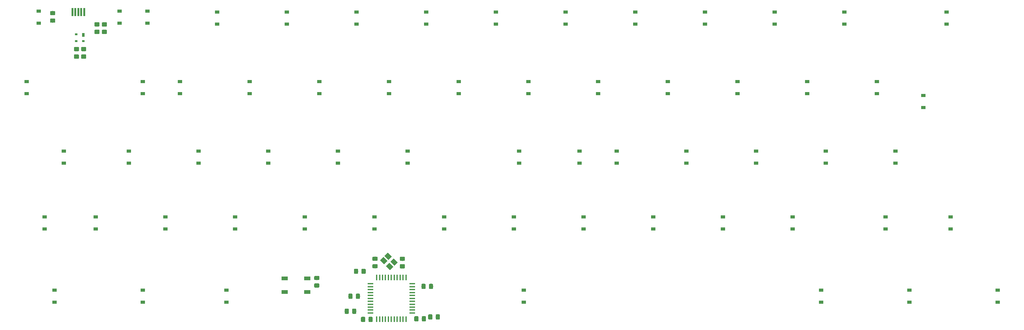
<source format=gbr>
G04 #@! TF.GenerationSoftware,KiCad,Pcbnew,(5.1.0)-1*
G04 #@! TF.CreationDate,2019-03-27T22:24:01+02:00*
G04 #@! TF.ProjectId,PROJECT,50524f4a-4543-4542-9e6b-696361645f70,rev?*
G04 #@! TF.SameCoordinates,Original*
G04 #@! TF.FileFunction,Paste,Bot*
G04 #@! TF.FilePolarity,Positive*
%FSLAX46Y46*%
G04 Gerber Fmt 4.6, Leading zero omitted, Abs format (unit mm)*
G04 Created by KiCad (PCBNEW (5.1.0)-1) date 2019-03-27 22:24:01*
%MOMM*%
%LPD*%
G04 APERTURE LIST*
%ADD10R,0.500000X2.250000*%
%ADD11C,0.100000*%
%ADD12C,1.150000*%
%ADD13R,1.200000X0.900000*%
%ADD14R,1.800000X1.100000*%
%ADD15R,0.700000X0.600000*%
%ADD16R,0.700000X1.000000*%
%ADD17R,0.406400X1.524000*%
%ADD18R,1.524000X0.406400*%
%ADD19C,1.300000*%
G04 APERTURE END LIST*
D10*
X67800000Y-35190000D03*
X67000000Y-35190000D03*
X66200000Y-35190000D03*
X65400000Y-35190000D03*
X64600000Y-35190000D03*
D11*
G36*
X160919305Y-109676904D02*
G01*
X160943573Y-109680504D01*
X160967372Y-109686465D01*
X160990471Y-109694730D01*
X161012650Y-109705220D01*
X161033693Y-109717832D01*
X161053399Y-109732447D01*
X161071577Y-109748923D01*
X161088053Y-109767101D01*
X161102668Y-109786807D01*
X161115280Y-109807850D01*
X161125770Y-109830029D01*
X161134035Y-109853128D01*
X161139996Y-109876927D01*
X161143596Y-109901195D01*
X161144800Y-109925699D01*
X161144800Y-110825701D01*
X161143596Y-110850205D01*
X161139996Y-110874473D01*
X161134035Y-110898272D01*
X161125770Y-110921371D01*
X161115280Y-110943550D01*
X161102668Y-110964593D01*
X161088053Y-110984299D01*
X161071577Y-111002477D01*
X161053399Y-111018953D01*
X161033693Y-111033568D01*
X161012650Y-111046180D01*
X160990471Y-111056670D01*
X160967372Y-111064935D01*
X160943573Y-111070896D01*
X160919305Y-111074496D01*
X160894801Y-111075700D01*
X160244799Y-111075700D01*
X160220295Y-111074496D01*
X160196027Y-111070896D01*
X160172228Y-111064935D01*
X160149129Y-111056670D01*
X160126950Y-111046180D01*
X160105907Y-111033568D01*
X160086201Y-111018953D01*
X160068023Y-111002477D01*
X160051547Y-110984299D01*
X160036932Y-110964593D01*
X160024320Y-110943550D01*
X160013830Y-110921371D01*
X160005565Y-110898272D01*
X159999604Y-110874473D01*
X159996004Y-110850205D01*
X159994800Y-110825701D01*
X159994800Y-109925699D01*
X159996004Y-109901195D01*
X159999604Y-109876927D01*
X160005565Y-109853128D01*
X160013830Y-109830029D01*
X160024320Y-109807850D01*
X160036932Y-109786807D01*
X160051547Y-109767101D01*
X160068023Y-109748923D01*
X160086201Y-109732447D01*
X160105907Y-109717832D01*
X160126950Y-109705220D01*
X160149129Y-109694730D01*
X160172228Y-109686465D01*
X160196027Y-109680504D01*
X160220295Y-109676904D01*
X160244799Y-109675700D01*
X160894801Y-109675700D01*
X160919305Y-109676904D01*
X160919305Y-109676904D01*
G37*
D12*
X160569800Y-110375700D03*
D11*
G36*
X162969305Y-109676904D02*
G01*
X162993573Y-109680504D01*
X163017372Y-109686465D01*
X163040471Y-109694730D01*
X163062650Y-109705220D01*
X163083693Y-109717832D01*
X163103399Y-109732447D01*
X163121577Y-109748923D01*
X163138053Y-109767101D01*
X163152668Y-109786807D01*
X163165280Y-109807850D01*
X163175770Y-109830029D01*
X163184035Y-109853128D01*
X163189996Y-109876927D01*
X163193596Y-109901195D01*
X163194800Y-109925699D01*
X163194800Y-110825701D01*
X163193596Y-110850205D01*
X163189996Y-110874473D01*
X163184035Y-110898272D01*
X163175770Y-110921371D01*
X163165280Y-110943550D01*
X163152668Y-110964593D01*
X163138053Y-110984299D01*
X163121577Y-111002477D01*
X163103399Y-111018953D01*
X163083693Y-111033568D01*
X163062650Y-111046180D01*
X163040471Y-111056670D01*
X163017372Y-111064935D01*
X162993573Y-111070896D01*
X162969305Y-111074496D01*
X162944801Y-111075700D01*
X162294799Y-111075700D01*
X162270295Y-111074496D01*
X162246027Y-111070896D01*
X162222228Y-111064935D01*
X162199129Y-111056670D01*
X162176950Y-111046180D01*
X162155907Y-111033568D01*
X162136201Y-111018953D01*
X162118023Y-111002477D01*
X162101547Y-110984299D01*
X162086932Y-110964593D01*
X162074320Y-110943550D01*
X162063830Y-110921371D01*
X162055565Y-110898272D01*
X162049604Y-110874473D01*
X162046004Y-110850205D01*
X162044800Y-110825701D01*
X162044800Y-109925699D01*
X162046004Y-109901195D01*
X162049604Y-109876927D01*
X162055565Y-109853128D01*
X162063830Y-109830029D01*
X162074320Y-109807850D01*
X162086932Y-109786807D01*
X162101547Y-109767101D01*
X162118023Y-109748923D01*
X162136201Y-109732447D01*
X162155907Y-109717832D01*
X162176950Y-109705220D01*
X162199129Y-109694730D01*
X162222228Y-109686465D01*
X162246027Y-109680504D01*
X162270295Y-109676904D01*
X162294799Y-109675700D01*
X162944801Y-109675700D01*
X162969305Y-109676904D01*
X162969305Y-109676904D01*
G37*
D12*
X162619800Y-110375700D03*
D11*
G36*
X144528905Y-105549404D02*
G01*
X144553173Y-105553004D01*
X144576972Y-105558965D01*
X144600071Y-105567230D01*
X144622250Y-105577720D01*
X144643293Y-105590332D01*
X144662999Y-105604947D01*
X144681177Y-105621423D01*
X144697653Y-105639601D01*
X144712268Y-105659307D01*
X144724880Y-105680350D01*
X144735370Y-105702529D01*
X144743635Y-105725628D01*
X144749596Y-105749427D01*
X144753196Y-105773695D01*
X144754400Y-105798199D01*
X144754400Y-106698201D01*
X144753196Y-106722705D01*
X144749596Y-106746973D01*
X144743635Y-106770772D01*
X144735370Y-106793871D01*
X144724880Y-106816050D01*
X144712268Y-106837093D01*
X144697653Y-106856799D01*
X144681177Y-106874977D01*
X144662999Y-106891453D01*
X144643293Y-106906068D01*
X144622250Y-106918680D01*
X144600071Y-106929170D01*
X144576972Y-106937435D01*
X144553173Y-106943396D01*
X144528905Y-106946996D01*
X144504401Y-106948200D01*
X143854399Y-106948200D01*
X143829895Y-106946996D01*
X143805627Y-106943396D01*
X143781828Y-106937435D01*
X143758729Y-106929170D01*
X143736550Y-106918680D01*
X143715507Y-106906068D01*
X143695801Y-106891453D01*
X143677623Y-106874977D01*
X143661147Y-106856799D01*
X143646532Y-106837093D01*
X143633920Y-106816050D01*
X143623430Y-106793871D01*
X143615165Y-106770772D01*
X143609204Y-106746973D01*
X143605604Y-106722705D01*
X143604400Y-106698201D01*
X143604400Y-105798199D01*
X143605604Y-105773695D01*
X143609204Y-105749427D01*
X143615165Y-105725628D01*
X143623430Y-105702529D01*
X143633920Y-105680350D01*
X143646532Y-105659307D01*
X143661147Y-105639601D01*
X143677623Y-105621423D01*
X143695801Y-105604947D01*
X143715507Y-105590332D01*
X143736550Y-105577720D01*
X143758729Y-105567230D01*
X143781828Y-105558965D01*
X143805627Y-105553004D01*
X143829895Y-105549404D01*
X143854399Y-105548200D01*
X144504401Y-105548200D01*
X144528905Y-105549404D01*
X144528905Y-105549404D01*
G37*
D12*
X144179400Y-106248200D03*
D11*
G36*
X142478905Y-105549404D02*
G01*
X142503173Y-105553004D01*
X142526972Y-105558965D01*
X142550071Y-105567230D01*
X142572250Y-105577720D01*
X142593293Y-105590332D01*
X142612999Y-105604947D01*
X142631177Y-105621423D01*
X142647653Y-105639601D01*
X142662268Y-105659307D01*
X142674880Y-105680350D01*
X142685370Y-105702529D01*
X142693635Y-105725628D01*
X142699596Y-105749427D01*
X142703196Y-105773695D01*
X142704400Y-105798199D01*
X142704400Y-106698201D01*
X142703196Y-106722705D01*
X142699596Y-106746973D01*
X142693635Y-106770772D01*
X142685370Y-106793871D01*
X142674880Y-106816050D01*
X142662268Y-106837093D01*
X142647653Y-106856799D01*
X142631177Y-106874977D01*
X142612999Y-106891453D01*
X142593293Y-106906068D01*
X142572250Y-106918680D01*
X142550071Y-106929170D01*
X142526972Y-106937435D01*
X142503173Y-106943396D01*
X142478905Y-106946996D01*
X142454401Y-106948200D01*
X141804399Y-106948200D01*
X141779895Y-106946996D01*
X141755627Y-106943396D01*
X141731828Y-106937435D01*
X141708729Y-106929170D01*
X141686550Y-106918680D01*
X141665507Y-106906068D01*
X141645801Y-106891453D01*
X141627623Y-106874977D01*
X141611147Y-106856799D01*
X141596532Y-106837093D01*
X141583920Y-106816050D01*
X141573430Y-106793871D01*
X141565165Y-106770772D01*
X141559204Y-106746973D01*
X141555604Y-106722705D01*
X141554400Y-106698201D01*
X141554400Y-105798199D01*
X141555604Y-105773695D01*
X141559204Y-105749427D01*
X141565165Y-105725628D01*
X141573430Y-105702529D01*
X141583920Y-105680350D01*
X141596532Y-105659307D01*
X141611147Y-105639601D01*
X141627623Y-105621423D01*
X141645801Y-105604947D01*
X141665507Y-105590332D01*
X141686550Y-105577720D01*
X141708729Y-105567230D01*
X141731828Y-105558965D01*
X141755627Y-105553004D01*
X141779895Y-105549404D01*
X141804399Y-105548200D01*
X142454401Y-105548200D01*
X142478905Y-105549404D01*
X142478905Y-105549404D01*
G37*
D12*
X142129400Y-106248200D03*
D11*
G36*
X144400305Y-118732004D02*
G01*
X144424573Y-118735604D01*
X144448372Y-118741565D01*
X144471471Y-118749830D01*
X144493650Y-118760320D01*
X144514693Y-118772932D01*
X144534399Y-118787547D01*
X144552577Y-118804023D01*
X144569053Y-118822201D01*
X144583668Y-118841907D01*
X144596280Y-118862950D01*
X144606770Y-118885129D01*
X144615035Y-118908228D01*
X144620996Y-118932027D01*
X144624596Y-118956295D01*
X144625800Y-118980799D01*
X144625800Y-119880801D01*
X144624596Y-119905305D01*
X144620996Y-119929573D01*
X144615035Y-119953372D01*
X144606770Y-119976471D01*
X144596280Y-119998650D01*
X144583668Y-120019693D01*
X144569053Y-120039399D01*
X144552577Y-120057577D01*
X144534399Y-120074053D01*
X144514693Y-120088668D01*
X144493650Y-120101280D01*
X144471471Y-120111770D01*
X144448372Y-120120035D01*
X144424573Y-120125996D01*
X144400305Y-120129596D01*
X144375801Y-120130800D01*
X143725799Y-120130800D01*
X143701295Y-120129596D01*
X143677027Y-120125996D01*
X143653228Y-120120035D01*
X143630129Y-120111770D01*
X143607950Y-120101280D01*
X143586907Y-120088668D01*
X143567201Y-120074053D01*
X143549023Y-120057577D01*
X143532547Y-120039399D01*
X143517932Y-120019693D01*
X143505320Y-119998650D01*
X143494830Y-119976471D01*
X143486565Y-119953372D01*
X143480604Y-119929573D01*
X143477004Y-119905305D01*
X143475800Y-119880801D01*
X143475800Y-118980799D01*
X143477004Y-118956295D01*
X143480604Y-118932027D01*
X143486565Y-118908228D01*
X143494830Y-118885129D01*
X143505320Y-118862950D01*
X143517932Y-118841907D01*
X143532547Y-118822201D01*
X143549023Y-118804023D01*
X143567201Y-118787547D01*
X143586907Y-118772932D01*
X143607950Y-118760320D01*
X143630129Y-118749830D01*
X143653228Y-118741565D01*
X143677027Y-118735604D01*
X143701295Y-118732004D01*
X143725799Y-118730800D01*
X144375801Y-118730800D01*
X144400305Y-118732004D01*
X144400305Y-118732004D01*
G37*
D12*
X144050800Y-119430800D03*
D11*
G36*
X146450305Y-118732004D02*
G01*
X146474573Y-118735604D01*
X146498372Y-118741565D01*
X146521471Y-118749830D01*
X146543650Y-118760320D01*
X146564693Y-118772932D01*
X146584399Y-118787547D01*
X146602577Y-118804023D01*
X146619053Y-118822201D01*
X146633668Y-118841907D01*
X146646280Y-118862950D01*
X146656770Y-118885129D01*
X146665035Y-118908228D01*
X146670996Y-118932027D01*
X146674596Y-118956295D01*
X146675800Y-118980799D01*
X146675800Y-119880801D01*
X146674596Y-119905305D01*
X146670996Y-119929573D01*
X146665035Y-119953372D01*
X146656770Y-119976471D01*
X146646280Y-119998650D01*
X146633668Y-120019693D01*
X146619053Y-120039399D01*
X146602577Y-120057577D01*
X146584399Y-120074053D01*
X146564693Y-120088668D01*
X146543650Y-120101280D01*
X146521471Y-120111770D01*
X146498372Y-120120035D01*
X146474573Y-120125996D01*
X146450305Y-120129596D01*
X146425801Y-120130800D01*
X145775799Y-120130800D01*
X145751295Y-120129596D01*
X145727027Y-120125996D01*
X145703228Y-120120035D01*
X145680129Y-120111770D01*
X145657950Y-120101280D01*
X145636907Y-120088668D01*
X145617201Y-120074053D01*
X145599023Y-120057577D01*
X145582547Y-120039399D01*
X145567932Y-120019693D01*
X145555320Y-119998650D01*
X145544830Y-119976471D01*
X145536565Y-119953372D01*
X145530604Y-119929573D01*
X145527004Y-119905305D01*
X145525800Y-119880801D01*
X145525800Y-118980799D01*
X145527004Y-118956295D01*
X145530604Y-118932027D01*
X145536565Y-118908228D01*
X145544830Y-118885129D01*
X145555320Y-118862950D01*
X145567932Y-118841907D01*
X145582547Y-118822201D01*
X145599023Y-118804023D01*
X145617201Y-118787547D01*
X145636907Y-118772932D01*
X145657950Y-118760320D01*
X145680129Y-118749830D01*
X145703228Y-118741565D01*
X145727027Y-118735604D01*
X145751295Y-118732004D01*
X145775799Y-118730800D01*
X146425801Y-118730800D01*
X146450305Y-118732004D01*
X146450305Y-118732004D01*
G37*
D12*
X146100800Y-119430800D03*
D11*
G36*
X141979905Y-116496804D02*
G01*
X142004173Y-116500404D01*
X142027972Y-116506365D01*
X142051071Y-116514630D01*
X142073250Y-116525120D01*
X142094293Y-116537732D01*
X142113999Y-116552347D01*
X142132177Y-116568823D01*
X142148653Y-116587001D01*
X142163268Y-116606707D01*
X142175880Y-116627750D01*
X142186370Y-116649929D01*
X142194635Y-116673028D01*
X142200596Y-116696827D01*
X142204196Y-116721095D01*
X142205400Y-116745599D01*
X142205400Y-117645601D01*
X142204196Y-117670105D01*
X142200596Y-117694373D01*
X142194635Y-117718172D01*
X142186370Y-117741271D01*
X142175880Y-117763450D01*
X142163268Y-117784493D01*
X142148653Y-117804199D01*
X142132177Y-117822377D01*
X142113999Y-117838853D01*
X142094293Y-117853468D01*
X142073250Y-117866080D01*
X142051071Y-117876570D01*
X142027972Y-117884835D01*
X142004173Y-117890796D01*
X141979905Y-117894396D01*
X141955401Y-117895600D01*
X141305399Y-117895600D01*
X141280895Y-117894396D01*
X141256627Y-117890796D01*
X141232828Y-117884835D01*
X141209729Y-117876570D01*
X141187550Y-117866080D01*
X141166507Y-117853468D01*
X141146801Y-117838853D01*
X141128623Y-117822377D01*
X141112147Y-117804199D01*
X141097532Y-117784493D01*
X141084920Y-117763450D01*
X141074430Y-117741271D01*
X141066165Y-117718172D01*
X141060204Y-117694373D01*
X141056604Y-117670105D01*
X141055400Y-117645601D01*
X141055400Y-116745599D01*
X141056604Y-116721095D01*
X141060204Y-116696827D01*
X141066165Y-116673028D01*
X141074430Y-116649929D01*
X141084920Y-116627750D01*
X141097532Y-116606707D01*
X141112147Y-116587001D01*
X141128623Y-116568823D01*
X141146801Y-116552347D01*
X141166507Y-116537732D01*
X141187550Y-116525120D01*
X141209729Y-116514630D01*
X141232828Y-116506365D01*
X141256627Y-116500404D01*
X141280895Y-116496804D01*
X141305399Y-116495600D01*
X141955401Y-116495600D01*
X141979905Y-116496804D01*
X141979905Y-116496804D01*
G37*
D12*
X141630400Y-117195600D03*
D11*
G36*
X139929905Y-116496804D02*
G01*
X139954173Y-116500404D01*
X139977972Y-116506365D01*
X140001071Y-116514630D01*
X140023250Y-116525120D01*
X140044293Y-116537732D01*
X140063999Y-116552347D01*
X140082177Y-116568823D01*
X140098653Y-116587001D01*
X140113268Y-116606707D01*
X140125880Y-116627750D01*
X140136370Y-116649929D01*
X140144635Y-116673028D01*
X140150596Y-116696827D01*
X140154196Y-116721095D01*
X140155400Y-116745599D01*
X140155400Y-117645601D01*
X140154196Y-117670105D01*
X140150596Y-117694373D01*
X140144635Y-117718172D01*
X140136370Y-117741271D01*
X140125880Y-117763450D01*
X140113268Y-117784493D01*
X140098653Y-117804199D01*
X140082177Y-117822377D01*
X140063999Y-117838853D01*
X140044293Y-117853468D01*
X140023250Y-117866080D01*
X140001071Y-117876570D01*
X139977972Y-117884835D01*
X139954173Y-117890796D01*
X139929905Y-117894396D01*
X139905401Y-117895600D01*
X139255399Y-117895600D01*
X139230895Y-117894396D01*
X139206627Y-117890796D01*
X139182828Y-117884835D01*
X139159729Y-117876570D01*
X139137550Y-117866080D01*
X139116507Y-117853468D01*
X139096801Y-117838853D01*
X139078623Y-117822377D01*
X139062147Y-117804199D01*
X139047532Y-117784493D01*
X139034920Y-117763450D01*
X139024430Y-117741271D01*
X139016165Y-117718172D01*
X139010204Y-117694373D01*
X139006604Y-117670105D01*
X139005400Y-117645601D01*
X139005400Y-116745599D01*
X139006604Y-116721095D01*
X139010204Y-116696827D01*
X139016165Y-116673028D01*
X139024430Y-116649929D01*
X139034920Y-116627750D01*
X139047532Y-116606707D01*
X139062147Y-116587001D01*
X139078623Y-116568823D01*
X139096801Y-116552347D01*
X139116507Y-116537732D01*
X139137550Y-116525120D01*
X139159729Y-116514630D01*
X139182828Y-116506365D01*
X139206627Y-116500404D01*
X139230895Y-116496804D01*
X139255399Y-116495600D01*
X139905401Y-116495600D01*
X139929905Y-116496804D01*
X139929905Y-116496804D01*
G37*
D12*
X139580400Y-117195600D03*
D11*
G36*
X161013505Y-118554204D02*
G01*
X161037773Y-118557804D01*
X161061572Y-118563765D01*
X161084671Y-118572030D01*
X161106850Y-118582520D01*
X161127893Y-118595132D01*
X161147599Y-118609747D01*
X161165777Y-118626223D01*
X161182253Y-118644401D01*
X161196868Y-118664107D01*
X161209480Y-118685150D01*
X161219970Y-118707329D01*
X161228235Y-118730428D01*
X161234196Y-118754227D01*
X161237796Y-118778495D01*
X161239000Y-118802999D01*
X161239000Y-119703001D01*
X161237796Y-119727505D01*
X161234196Y-119751773D01*
X161228235Y-119775572D01*
X161219970Y-119798671D01*
X161209480Y-119820850D01*
X161196868Y-119841893D01*
X161182253Y-119861599D01*
X161165777Y-119879777D01*
X161147599Y-119896253D01*
X161127893Y-119910868D01*
X161106850Y-119923480D01*
X161084671Y-119933970D01*
X161061572Y-119942235D01*
X161037773Y-119948196D01*
X161013505Y-119951796D01*
X160989001Y-119953000D01*
X160338999Y-119953000D01*
X160314495Y-119951796D01*
X160290227Y-119948196D01*
X160266428Y-119942235D01*
X160243329Y-119933970D01*
X160221150Y-119923480D01*
X160200107Y-119910868D01*
X160180401Y-119896253D01*
X160162223Y-119879777D01*
X160145747Y-119861599D01*
X160131132Y-119841893D01*
X160118520Y-119820850D01*
X160108030Y-119798671D01*
X160099765Y-119775572D01*
X160093804Y-119751773D01*
X160090204Y-119727505D01*
X160089000Y-119703001D01*
X160089000Y-118802999D01*
X160090204Y-118778495D01*
X160093804Y-118754227D01*
X160099765Y-118730428D01*
X160108030Y-118707329D01*
X160118520Y-118685150D01*
X160131132Y-118664107D01*
X160145747Y-118644401D01*
X160162223Y-118626223D01*
X160180401Y-118609747D01*
X160200107Y-118595132D01*
X160221150Y-118582520D01*
X160243329Y-118572030D01*
X160266428Y-118563765D01*
X160290227Y-118557804D01*
X160314495Y-118554204D01*
X160338999Y-118553000D01*
X160989001Y-118553000D01*
X161013505Y-118554204D01*
X161013505Y-118554204D01*
G37*
D12*
X160664000Y-119253000D03*
D11*
G36*
X158963505Y-118554204D02*
G01*
X158987773Y-118557804D01*
X159011572Y-118563765D01*
X159034671Y-118572030D01*
X159056850Y-118582520D01*
X159077893Y-118595132D01*
X159097599Y-118609747D01*
X159115777Y-118626223D01*
X159132253Y-118644401D01*
X159146868Y-118664107D01*
X159159480Y-118685150D01*
X159169970Y-118707329D01*
X159178235Y-118730428D01*
X159184196Y-118754227D01*
X159187796Y-118778495D01*
X159189000Y-118802999D01*
X159189000Y-119703001D01*
X159187796Y-119727505D01*
X159184196Y-119751773D01*
X159178235Y-119775572D01*
X159169970Y-119798671D01*
X159159480Y-119820850D01*
X159146868Y-119841893D01*
X159132253Y-119861599D01*
X159115777Y-119879777D01*
X159097599Y-119896253D01*
X159077893Y-119910868D01*
X159056850Y-119923480D01*
X159034671Y-119933970D01*
X159011572Y-119942235D01*
X158987773Y-119948196D01*
X158963505Y-119951796D01*
X158939001Y-119953000D01*
X158288999Y-119953000D01*
X158264495Y-119951796D01*
X158240227Y-119948196D01*
X158216428Y-119942235D01*
X158193329Y-119933970D01*
X158171150Y-119923480D01*
X158150107Y-119910868D01*
X158130401Y-119896253D01*
X158112223Y-119879777D01*
X158095747Y-119861599D01*
X158081132Y-119841893D01*
X158068520Y-119820850D01*
X158058030Y-119798671D01*
X158049765Y-119775572D01*
X158043804Y-119751773D01*
X158040204Y-119727505D01*
X158039000Y-119703001D01*
X158039000Y-118802999D01*
X158040204Y-118778495D01*
X158043804Y-118754227D01*
X158049765Y-118730428D01*
X158058030Y-118707329D01*
X158068520Y-118685150D01*
X158081132Y-118664107D01*
X158095747Y-118644401D01*
X158112223Y-118626223D01*
X158130401Y-118609747D01*
X158150107Y-118595132D01*
X158171150Y-118582520D01*
X158193329Y-118572030D01*
X158216428Y-118563765D01*
X158240227Y-118557804D01*
X158264495Y-118554204D01*
X158288999Y-118553000D01*
X158939001Y-118553000D01*
X158963505Y-118554204D01*
X158963505Y-118554204D01*
G37*
D12*
X158614000Y-119253000D03*
D11*
G36*
X140938505Y-112382004D02*
G01*
X140962773Y-112385604D01*
X140986572Y-112391565D01*
X141009671Y-112399830D01*
X141031850Y-112410320D01*
X141052893Y-112422932D01*
X141072599Y-112437547D01*
X141090777Y-112454023D01*
X141107253Y-112472201D01*
X141121868Y-112491907D01*
X141134480Y-112512950D01*
X141144970Y-112535129D01*
X141153235Y-112558228D01*
X141159196Y-112582027D01*
X141162796Y-112606295D01*
X141164000Y-112630799D01*
X141164000Y-113530801D01*
X141162796Y-113555305D01*
X141159196Y-113579573D01*
X141153235Y-113603372D01*
X141144970Y-113626471D01*
X141134480Y-113648650D01*
X141121868Y-113669693D01*
X141107253Y-113689399D01*
X141090777Y-113707577D01*
X141072599Y-113724053D01*
X141052893Y-113738668D01*
X141031850Y-113751280D01*
X141009671Y-113761770D01*
X140986572Y-113770035D01*
X140962773Y-113775996D01*
X140938505Y-113779596D01*
X140914001Y-113780800D01*
X140263999Y-113780800D01*
X140239495Y-113779596D01*
X140215227Y-113775996D01*
X140191428Y-113770035D01*
X140168329Y-113761770D01*
X140146150Y-113751280D01*
X140125107Y-113738668D01*
X140105401Y-113724053D01*
X140087223Y-113707577D01*
X140070747Y-113689399D01*
X140056132Y-113669693D01*
X140043520Y-113648650D01*
X140033030Y-113626471D01*
X140024765Y-113603372D01*
X140018804Y-113579573D01*
X140015204Y-113555305D01*
X140014000Y-113530801D01*
X140014000Y-112630799D01*
X140015204Y-112606295D01*
X140018804Y-112582027D01*
X140024765Y-112558228D01*
X140033030Y-112535129D01*
X140043520Y-112512950D01*
X140056132Y-112491907D01*
X140070747Y-112472201D01*
X140087223Y-112454023D01*
X140105401Y-112437547D01*
X140125107Y-112422932D01*
X140146150Y-112410320D01*
X140168329Y-112399830D01*
X140191428Y-112391565D01*
X140215227Y-112385604D01*
X140239495Y-112382004D01*
X140263999Y-112380800D01*
X140914001Y-112380800D01*
X140938505Y-112382004D01*
X140938505Y-112382004D01*
G37*
D12*
X140589000Y-113080800D03*
D11*
G36*
X142988505Y-112382004D02*
G01*
X143012773Y-112385604D01*
X143036572Y-112391565D01*
X143059671Y-112399830D01*
X143081850Y-112410320D01*
X143102893Y-112422932D01*
X143122599Y-112437547D01*
X143140777Y-112454023D01*
X143157253Y-112472201D01*
X143171868Y-112491907D01*
X143184480Y-112512950D01*
X143194970Y-112535129D01*
X143203235Y-112558228D01*
X143209196Y-112582027D01*
X143212796Y-112606295D01*
X143214000Y-112630799D01*
X143214000Y-113530801D01*
X143212796Y-113555305D01*
X143209196Y-113579573D01*
X143203235Y-113603372D01*
X143194970Y-113626471D01*
X143184480Y-113648650D01*
X143171868Y-113669693D01*
X143157253Y-113689399D01*
X143140777Y-113707577D01*
X143122599Y-113724053D01*
X143102893Y-113738668D01*
X143081850Y-113751280D01*
X143059671Y-113761770D01*
X143036572Y-113770035D01*
X143012773Y-113775996D01*
X142988505Y-113779596D01*
X142964001Y-113780800D01*
X142313999Y-113780800D01*
X142289495Y-113779596D01*
X142265227Y-113775996D01*
X142241428Y-113770035D01*
X142218329Y-113761770D01*
X142196150Y-113751280D01*
X142175107Y-113738668D01*
X142155401Y-113724053D01*
X142137223Y-113707577D01*
X142120747Y-113689399D01*
X142106132Y-113669693D01*
X142093520Y-113648650D01*
X142083030Y-113626471D01*
X142074765Y-113603372D01*
X142068804Y-113579573D01*
X142065204Y-113555305D01*
X142064000Y-113530801D01*
X142064000Y-112630799D01*
X142065204Y-112606295D01*
X142068804Y-112582027D01*
X142074765Y-112558228D01*
X142083030Y-112535129D01*
X142093520Y-112512950D01*
X142106132Y-112491907D01*
X142120747Y-112472201D01*
X142137223Y-112454023D01*
X142155401Y-112437547D01*
X142175107Y-112422932D01*
X142196150Y-112410320D01*
X142218329Y-112399830D01*
X142241428Y-112391565D01*
X142265227Y-112385604D01*
X142289495Y-112382004D01*
X142313999Y-112380800D01*
X142964001Y-112380800D01*
X142988505Y-112382004D01*
X142988505Y-112382004D01*
G37*
D12*
X142639000Y-113080800D03*
D11*
G36*
X147782210Y-104290102D02*
G01*
X147806435Y-104293695D01*
X147830191Y-104299646D01*
X147853249Y-104307896D01*
X147875387Y-104318367D01*
X147896393Y-104330957D01*
X147916063Y-104345545D01*
X147934208Y-104361992D01*
X147950655Y-104380137D01*
X147965243Y-104399807D01*
X147977833Y-104420813D01*
X147988304Y-104442951D01*
X147996554Y-104466009D01*
X148002505Y-104489765D01*
X148006098Y-104513990D01*
X148007300Y-104538450D01*
X148007300Y-105189350D01*
X148006098Y-105213810D01*
X148002505Y-105238035D01*
X147996554Y-105261791D01*
X147988304Y-105284849D01*
X147977833Y-105306987D01*
X147965243Y-105327993D01*
X147950655Y-105347663D01*
X147934208Y-105365808D01*
X147916063Y-105382255D01*
X147896393Y-105396843D01*
X147875387Y-105409433D01*
X147853249Y-105419904D01*
X147830191Y-105428154D01*
X147806435Y-105434105D01*
X147782210Y-105437698D01*
X147757750Y-105438900D01*
X146856850Y-105438900D01*
X146832390Y-105437698D01*
X146808165Y-105434105D01*
X146784409Y-105428154D01*
X146761351Y-105419904D01*
X146739213Y-105409433D01*
X146718207Y-105396843D01*
X146698537Y-105382255D01*
X146680392Y-105365808D01*
X146663945Y-105347663D01*
X146649357Y-105327993D01*
X146636767Y-105306987D01*
X146626296Y-105284849D01*
X146618046Y-105261791D01*
X146612095Y-105238035D01*
X146608502Y-105213810D01*
X146607300Y-105189350D01*
X146607300Y-104538450D01*
X146608502Y-104513990D01*
X146612095Y-104489765D01*
X146618046Y-104466009D01*
X146626296Y-104442951D01*
X146636767Y-104420813D01*
X146649357Y-104399807D01*
X146663945Y-104380137D01*
X146680392Y-104361992D01*
X146698537Y-104345545D01*
X146718207Y-104330957D01*
X146739213Y-104318367D01*
X146761351Y-104307896D01*
X146784409Y-104299646D01*
X146808165Y-104293695D01*
X146832390Y-104290102D01*
X146856850Y-104288900D01*
X147757750Y-104288900D01*
X147782210Y-104290102D01*
X147782210Y-104290102D01*
G37*
D12*
X147307300Y-104863900D03*
D11*
G36*
X147781805Y-102240104D02*
G01*
X147806073Y-102243704D01*
X147829872Y-102249665D01*
X147852971Y-102257930D01*
X147875150Y-102268420D01*
X147896193Y-102281032D01*
X147915899Y-102295647D01*
X147934077Y-102312123D01*
X147950553Y-102330301D01*
X147965168Y-102350007D01*
X147977780Y-102371050D01*
X147988270Y-102393229D01*
X147996535Y-102416328D01*
X148002496Y-102440127D01*
X148006096Y-102464395D01*
X148007300Y-102488899D01*
X148007300Y-103138901D01*
X148006096Y-103163405D01*
X148002496Y-103187673D01*
X147996535Y-103211472D01*
X147988270Y-103234571D01*
X147977780Y-103256750D01*
X147965168Y-103277793D01*
X147950553Y-103297499D01*
X147934077Y-103315677D01*
X147915899Y-103332153D01*
X147896193Y-103346768D01*
X147875150Y-103359380D01*
X147852971Y-103369870D01*
X147829872Y-103378135D01*
X147806073Y-103384096D01*
X147781805Y-103387696D01*
X147757301Y-103388900D01*
X146857299Y-103388900D01*
X146832795Y-103387696D01*
X146808527Y-103384096D01*
X146784728Y-103378135D01*
X146761629Y-103369870D01*
X146739450Y-103359380D01*
X146718407Y-103346768D01*
X146698701Y-103332153D01*
X146680523Y-103315677D01*
X146664047Y-103297499D01*
X146649432Y-103277793D01*
X146636820Y-103256750D01*
X146626330Y-103234571D01*
X146618065Y-103211472D01*
X146612104Y-103187673D01*
X146608504Y-103163405D01*
X146607300Y-103138901D01*
X146607300Y-102488899D01*
X146608504Y-102464395D01*
X146612104Y-102440127D01*
X146618065Y-102416328D01*
X146626330Y-102393229D01*
X146636820Y-102371050D01*
X146649432Y-102350007D01*
X146664047Y-102330301D01*
X146680523Y-102312123D01*
X146698701Y-102295647D01*
X146718407Y-102281032D01*
X146739450Y-102268420D01*
X146761629Y-102257930D01*
X146784728Y-102249665D01*
X146808527Y-102243704D01*
X146832795Y-102240104D01*
X146857299Y-102238900D01*
X147757301Y-102238900D01*
X147781805Y-102240104D01*
X147781805Y-102240104D01*
G37*
D12*
X147307300Y-102813900D03*
D11*
G36*
X155262105Y-102249104D02*
G01*
X155286373Y-102252704D01*
X155310172Y-102258665D01*
X155333271Y-102266930D01*
X155355450Y-102277420D01*
X155376493Y-102290032D01*
X155396199Y-102304647D01*
X155414377Y-102321123D01*
X155430853Y-102339301D01*
X155445468Y-102359007D01*
X155458080Y-102380050D01*
X155468570Y-102402229D01*
X155476835Y-102425328D01*
X155482796Y-102449127D01*
X155486396Y-102473395D01*
X155487600Y-102497899D01*
X155487600Y-103147901D01*
X155486396Y-103172405D01*
X155482796Y-103196673D01*
X155476835Y-103220472D01*
X155468570Y-103243571D01*
X155458080Y-103265750D01*
X155445468Y-103286793D01*
X155430853Y-103306499D01*
X155414377Y-103324677D01*
X155396199Y-103341153D01*
X155376493Y-103355768D01*
X155355450Y-103368380D01*
X155333271Y-103378870D01*
X155310172Y-103387135D01*
X155286373Y-103393096D01*
X155262105Y-103396696D01*
X155237601Y-103397900D01*
X154337599Y-103397900D01*
X154313095Y-103396696D01*
X154288827Y-103393096D01*
X154265028Y-103387135D01*
X154241929Y-103378870D01*
X154219750Y-103368380D01*
X154198707Y-103355768D01*
X154179001Y-103341153D01*
X154160823Y-103324677D01*
X154144347Y-103306499D01*
X154129732Y-103286793D01*
X154117120Y-103265750D01*
X154106630Y-103243571D01*
X154098365Y-103220472D01*
X154092404Y-103196673D01*
X154088804Y-103172405D01*
X154087600Y-103147901D01*
X154087600Y-102497899D01*
X154088804Y-102473395D01*
X154092404Y-102449127D01*
X154098365Y-102425328D01*
X154106630Y-102402229D01*
X154117120Y-102380050D01*
X154129732Y-102359007D01*
X154144347Y-102339301D01*
X154160823Y-102321123D01*
X154179001Y-102304647D01*
X154198707Y-102290032D01*
X154219750Y-102277420D01*
X154241929Y-102266930D01*
X154265028Y-102258665D01*
X154288827Y-102252704D01*
X154313095Y-102249104D01*
X154337599Y-102247900D01*
X155237601Y-102247900D01*
X155262105Y-102249104D01*
X155262105Y-102249104D01*
G37*
D12*
X154787600Y-102822900D03*
D11*
G36*
X155262510Y-104299102D02*
G01*
X155286735Y-104302695D01*
X155310491Y-104308646D01*
X155333549Y-104316896D01*
X155355687Y-104327367D01*
X155376693Y-104339957D01*
X155396363Y-104354545D01*
X155414508Y-104370992D01*
X155430955Y-104389137D01*
X155445543Y-104408807D01*
X155458133Y-104429813D01*
X155468604Y-104451951D01*
X155476854Y-104475009D01*
X155482805Y-104498765D01*
X155486398Y-104522990D01*
X155487600Y-104547450D01*
X155487600Y-105198350D01*
X155486398Y-105222810D01*
X155482805Y-105247035D01*
X155476854Y-105270791D01*
X155468604Y-105293849D01*
X155458133Y-105315987D01*
X155445543Y-105336993D01*
X155430955Y-105356663D01*
X155414508Y-105374808D01*
X155396363Y-105391255D01*
X155376693Y-105405843D01*
X155355687Y-105418433D01*
X155333549Y-105428904D01*
X155310491Y-105437154D01*
X155286735Y-105443105D01*
X155262510Y-105446698D01*
X155238050Y-105447900D01*
X154337150Y-105447900D01*
X154312690Y-105446698D01*
X154288465Y-105443105D01*
X154264709Y-105437154D01*
X154241651Y-105428904D01*
X154219513Y-105418433D01*
X154198507Y-105405843D01*
X154178837Y-105391255D01*
X154160692Y-105374808D01*
X154144245Y-105356663D01*
X154129657Y-105336993D01*
X154117067Y-105315987D01*
X154106596Y-105293849D01*
X154098346Y-105270791D01*
X154092395Y-105247035D01*
X154088802Y-105222810D01*
X154087600Y-105198350D01*
X154087600Y-104547450D01*
X154088802Y-104522990D01*
X154092395Y-104498765D01*
X154098346Y-104475009D01*
X154106596Y-104451951D01*
X154117067Y-104429813D01*
X154129657Y-104408807D01*
X154144245Y-104389137D01*
X154160692Y-104370992D01*
X154178837Y-104354545D01*
X154198507Y-104339957D01*
X154219513Y-104327367D01*
X154241651Y-104316896D01*
X154264709Y-104308646D01*
X154288465Y-104302695D01*
X154312690Y-104299102D01*
X154337150Y-104297900D01*
X155238050Y-104297900D01*
X155262510Y-104299102D01*
X155262510Y-104299102D01*
G37*
D12*
X154787600Y-104872900D03*
D13*
X55372000Y-38226000D03*
X55372000Y-34926000D03*
X77470000Y-38226000D03*
X77470000Y-34926000D03*
X85090000Y-34926000D03*
X85090000Y-38226000D03*
X104140000Y-38480000D03*
X104140000Y-35180000D03*
X123190000Y-35180000D03*
X123190000Y-38480000D03*
X142240000Y-38480000D03*
X142240000Y-35180000D03*
X161290000Y-35180000D03*
X161290000Y-38480000D03*
X180340000Y-38480000D03*
X180340000Y-35180000D03*
X199390000Y-35180000D03*
X199390000Y-38480000D03*
X218440000Y-38480000D03*
X218440000Y-35180000D03*
X237490000Y-35180000D03*
X237490000Y-38480000D03*
X256540000Y-38480000D03*
X256540000Y-35180000D03*
X275590000Y-35180000D03*
X275590000Y-38480000D03*
X303530000Y-38480000D03*
X303530000Y-35180000D03*
X52070000Y-54230000D03*
X52070000Y-57530000D03*
X83820000Y-57530000D03*
X83820000Y-54230000D03*
X93980000Y-54230000D03*
X93980000Y-57530000D03*
X113030000Y-57530000D03*
X113030000Y-54230000D03*
X132080000Y-54230000D03*
X132080000Y-57530000D03*
X151130000Y-54230000D03*
X151130000Y-57530000D03*
X170180000Y-57530000D03*
X170180000Y-54230000D03*
X189230000Y-54230000D03*
X189230000Y-57530000D03*
X208280000Y-57530000D03*
X208280000Y-54230000D03*
X227330000Y-54230000D03*
X227330000Y-57530000D03*
X246380000Y-57530000D03*
X246380000Y-54230000D03*
X265430000Y-57530000D03*
X265430000Y-54230000D03*
X284480000Y-54230000D03*
X284480000Y-57530000D03*
X297180000Y-61340000D03*
X297180000Y-58040000D03*
X62230000Y-76580000D03*
X62230000Y-73280000D03*
X80010000Y-73280000D03*
X80010000Y-76580000D03*
X99060000Y-76580000D03*
X99060000Y-73280000D03*
X118110000Y-73280000D03*
X118110000Y-76580000D03*
X137160000Y-76580000D03*
X137160000Y-73280000D03*
X156210000Y-73280000D03*
X156210000Y-76580000D03*
X186690000Y-73280000D03*
X186690000Y-76580000D03*
X203200000Y-73280000D03*
X203200000Y-76580000D03*
X213360000Y-76580000D03*
X213360000Y-73280000D03*
X232410000Y-76580000D03*
X232410000Y-73280000D03*
X251460000Y-76580000D03*
X251460000Y-73280000D03*
X270510000Y-73280000D03*
X270510000Y-76580000D03*
X289560000Y-76580000D03*
X289560000Y-73280000D03*
X57023000Y-91314000D03*
X57023000Y-94614000D03*
X70993000Y-94614000D03*
X70993000Y-91314000D03*
X90043000Y-94614000D03*
X90043000Y-91314000D03*
X109093000Y-94614000D03*
X109093000Y-91314000D03*
X128143000Y-94614000D03*
X128143000Y-91314000D03*
X147193000Y-94614000D03*
X147193000Y-91314000D03*
X166243000Y-91314000D03*
X166243000Y-94614000D03*
X185293000Y-91314000D03*
X185293000Y-94614000D03*
X204343000Y-91314000D03*
X204343000Y-94614000D03*
X223393000Y-94614000D03*
X223393000Y-91314000D03*
X242443000Y-94614000D03*
X242443000Y-91314000D03*
X261493000Y-91314000D03*
X261493000Y-94614000D03*
X286893000Y-91314000D03*
X286893000Y-94614000D03*
X304673000Y-94614000D03*
X304673000Y-91314000D03*
X59690000Y-111380000D03*
X59690000Y-114680000D03*
X83820000Y-111380000D03*
X83820000Y-114680000D03*
X106680000Y-111380000D03*
X106680000Y-114680000D03*
X187960000Y-111380000D03*
X187960000Y-114680000D03*
X269240000Y-114680000D03*
X269240000Y-111380000D03*
X293370000Y-111380000D03*
X293370000Y-114680000D03*
X317500000Y-111380000D03*
X317500000Y-114680000D03*
D11*
G36*
X59674505Y-34931204D02*
G01*
X59698773Y-34934804D01*
X59722572Y-34940765D01*
X59745671Y-34949030D01*
X59767850Y-34959520D01*
X59788893Y-34972132D01*
X59808599Y-34986747D01*
X59826777Y-35003223D01*
X59843253Y-35021401D01*
X59857868Y-35041107D01*
X59870480Y-35062150D01*
X59880970Y-35084329D01*
X59889235Y-35107428D01*
X59895196Y-35131227D01*
X59898796Y-35155495D01*
X59900000Y-35179999D01*
X59900000Y-35830001D01*
X59898796Y-35854505D01*
X59895196Y-35878773D01*
X59889235Y-35902572D01*
X59880970Y-35925671D01*
X59870480Y-35947850D01*
X59857868Y-35968893D01*
X59843253Y-35988599D01*
X59826777Y-36006777D01*
X59808599Y-36023253D01*
X59788893Y-36037868D01*
X59767850Y-36050480D01*
X59745671Y-36060970D01*
X59722572Y-36069235D01*
X59698773Y-36075196D01*
X59674505Y-36078796D01*
X59650001Y-36080000D01*
X58749999Y-36080000D01*
X58725495Y-36078796D01*
X58701227Y-36075196D01*
X58677428Y-36069235D01*
X58654329Y-36060970D01*
X58632150Y-36050480D01*
X58611107Y-36037868D01*
X58591401Y-36023253D01*
X58573223Y-36006777D01*
X58556747Y-35988599D01*
X58542132Y-35968893D01*
X58529520Y-35947850D01*
X58519030Y-35925671D01*
X58510765Y-35902572D01*
X58504804Y-35878773D01*
X58501204Y-35854505D01*
X58500000Y-35830001D01*
X58500000Y-35179999D01*
X58501204Y-35155495D01*
X58504804Y-35131227D01*
X58510765Y-35107428D01*
X58519030Y-35084329D01*
X58529520Y-35062150D01*
X58542132Y-35041107D01*
X58556747Y-35021401D01*
X58573223Y-35003223D01*
X58591401Y-34986747D01*
X58611107Y-34972132D01*
X58632150Y-34959520D01*
X58654329Y-34949030D01*
X58677428Y-34940765D01*
X58701227Y-34934804D01*
X58725495Y-34931204D01*
X58749999Y-34930000D01*
X59650001Y-34930000D01*
X59674505Y-34931204D01*
X59674505Y-34931204D01*
G37*
D12*
X59200000Y-35505000D03*
D11*
G36*
X59674505Y-36981204D02*
G01*
X59698773Y-36984804D01*
X59722572Y-36990765D01*
X59745671Y-36999030D01*
X59767850Y-37009520D01*
X59788893Y-37022132D01*
X59808599Y-37036747D01*
X59826777Y-37053223D01*
X59843253Y-37071401D01*
X59857868Y-37091107D01*
X59870480Y-37112150D01*
X59880970Y-37134329D01*
X59889235Y-37157428D01*
X59895196Y-37181227D01*
X59898796Y-37205495D01*
X59900000Y-37229999D01*
X59900000Y-37880001D01*
X59898796Y-37904505D01*
X59895196Y-37928773D01*
X59889235Y-37952572D01*
X59880970Y-37975671D01*
X59870480Y-37997850D01*
X59857868Y-38018893D01*
X59843253Y-38038599D01*
X59826777Y-38056777D01*
X59808599Y-38073253D01*
X59788893Y-38087868D01*
X59767850Y-38100480D01*
X59745671Y-38110970D01*
X59722572Y-38119235D01*
X59698773Y-38125196D01*
X59674505Y-38128796D01*
X59650001Y-38130000D01*
X58749999Y-38130000D01*
X58725495Y-38128796D01*
X58701227Y-38125196D01*
X58677428Y-38119235D01*
X58654329Y-38110970D01*
X58632150Y-38100480D01*
X58611107Y-38087868D01*
X58591401Y-38073253D01*
X58573223Y-38056777D01*
X58556747Y-38038599D01*
X58542132Y-38018893D01*
X58529520Y-37997850D01*
X58519030Y-37975671D01*
X58510765Y-37952572D01*
X58504804Y-37928773D01*
X58501204Y-37904505D01*
X58500000Y-37880001D01*
X58500000Y-37229999D01*
X58501204Y-37205495D01*
X58504804Y-37181227D01*
X58510765Y-37157428D01*
X58519030Y-37134329D01*
X58529520Y-37112150D01*
X58542132Y-37091107D01*
X58556747Y-37071401D01*
X58573223Y-37053223D01*
X58591401Y-37036747D01*
X58611107Y-37022132D01*
X58632150Y-37009520D01*
X58654329Y-36999030D01*
X58677428Y-36990765D01*
X58701227Y-36984804D01*
X58725495Y-36981204D01*
X58749999Y-36980000D01*
X59650001Y-36980000D01*
X59674505Y-36981204D01*
X59674505Y-36981204D01*
G37*
D12*
X59200000Y-37555000D03*
D11*
G36*
X131868705Y-109560604D02*
G01*
X131892973Y-109564204D01*
X131916772Y-109570165D01*
X131939871Y-109578430D01*
X131962050Y-109588920D01*
X131983093Y-109601532D01*
X132002799Y-109616147D01*
X132020977Y-109632623D01*
X132037453Y-109650801D01*
X132052068Y-109670507D01*
X132064680Y-109691550D01*
X132075170Y-109713729D01*
X132083435Y-109736828D01*
X132089396Y-109760627D01*
X132092996Y-109784895D01*
X132094200Y-109809399D01*
X132094200Y-110459401D01*
X132092996Y-110483905D01*
X132089396Y-110508173D01*
X132083435Y-110531972D01*
X132075170Y-110555071D01*
X132064680Y-110577250D01*
X132052068Y-110598293D01*
X132037453Y-110617999D01*
X132020977Y-110636177D01*
X132002799Y-110652653D01*
X131983093Y-110667268D01*
X131962050Y-110679880D01*
X131939871Y-110690370D01*
X131916772Y-110698635D01*
X131892973Y-110704596D01*
X131868705Y-110708196D01*
X131844201Y-110709400D01*
X130944199Y-110709400D01*
X130919695Y-110708196D01*
X130895427Y-110704596D01*
X130871628Y-110698635D01*
X130848529Y-110690370D01*
X130826350Y-110679880D01*
X130805307Y-110667268D01*
X130785601Y-110652653D01*
X130767423Y-110636177D01*
X130750947Y-110617999D01*
X130736332Y-110598293D01*
X130723720Y-110577250D01*
X130713230Y-110555071D01*
X130704965Y-110531972D01*
X130699004Y-110508173D01*
X130695404Y-110483905D01*
X130694200Y-110459401D01*
X130694200Y-109809399D01*
X130695404Y-109784895D01*
X130699004Y-109760627D01*
X130704965Y-109736828D01*
X130713230Y-109713729D01*
X130723720Y-109691550D01*
X130736332Y-109670507D01*
X130750947Y-109650801D01*
X130767423Y-109632623D01*
X130785601Y-109616147D01*
X130805307Y-109601532D01*
X130826350Y-109588920D01*
X130848529Y-109578430D01*
X130871628Y-109570165D01*
X130895427Y-109564204D01*
X130919695Y-109560604D01*
X130944199Y-109559400D01*
X131844201Y-109559400D01*
X131868705Y-109560604D01*
X131868705Y-109560604D01*
G37*
D12*
X131394200Y-110134400D03*
D11*
G36*
X131868705Y-107510604D02*
G01*
X131892973Y-107514204D01*
X131916772Y-107520165D01*
X131939871Y-107528430D01*
X131962050Y-107538920D01*
X131983093Y-107551532D01*
X132002799Y-107566147D01*
X132020977Y-107582623D01*
X132037453Y-107600801D01*
X132052068Y-107620507D01*
X132064680Y-107641550D01*
X132075170Y-107663729D01*
X132083435Y-107686828D01*
X132089396Y-107710627D01*
X132092996Y-107734895D01*
X132094200Y-107759399D01*
X132094200Y-108409401D01*
X132092996Y-108433905D01*
X132089396Y-108458173D01*
X132083435Y-108481972D01*
X132075170Y-108505071D01*
X132064680Y-108527250D01*
X132052068Y-108548293D01*
X132037453Y-108567999D01*
X132020977Y-108586177D01*
X132002799Y-108602653D01*
X131983093Y-108617268D01*
X131962050Y-108629880D01*
X131939871Y-108640370D01*
X131916772Y-108648635D01*
X131892973Y-108654596D01*
X131868705Y-108658196D01*
X131844201Y-108659400D01*
X130944199Y-108659400D01*
X130919695Y-108658196D01*
X130895427Y-108654596D01*
X130871628Y-108648635D01*
X130848529Y-108640370D01*
X130826350Y-108629880D01*
X130805307Y-108617268D01*
X130785601Y-108602653D01*
X130767423Y-108586177D01*
X130750947Y-108567999D01*
X130736332Y-108548293D01*
X130723720Y-108527250D01*
X130713230Y-108505071D01*
X130704965Y-108481972D01*
X130699004Y-108458173D01*
X130695404Y-108433905D01*
X130694200Y-108409401D01*
X130694200Y-107759399D01*
X130695404Y-107734895D01*
X130699004Y-107710627D01*
X130704965Y-107686828D01*
X130713230Y-107663729D01*
X130723720Y-107641550D01*
X130736332Y-107620507D01*
X130750947Y-107600801D01*
X130767423Y-107582623D01*
X130785601Y-107566147D01*
X130805307Y-107551532D01*
X130826350Y-107538920D01*
X130848529Y-107528430D01*
X130871628Y-107520165D01*
X130895427Y-107514204D01*
X130919695Y-107510604D01*
X130944199Y-107509400D01*
X131844201Y-107509400D01*
X131868705Y-107510604D01*
X131868705Y-107510604D01*
G37*
D12*
X131394200Y-108084400D03*
D11*
G36*
X162773505Y-118046204D02*
G01*
X162797773Y-118049804D01*
X162821572Y-118055765D01*
X162844671Y-118064030D01*
X162866850Y-118074520D01*
X162887893Y-118087132D01*
X162907599Y-118101747D01*
X162925777Y-118118223D01*
X162942253Y-118136401D01*
X162956868Y-118156107D01*
X162969480Y-118177150D01*
X162979970Y-118199329D01*
X162988235Y-118222428D01*
X162994196Y-118246227D01*
X162997796Y-118270495D01*
X162999000Y-118294999D01*
X162999000Y-119195001D01*
X162997796Y-119219505D01*
X162994196Y-119243773D01*
X162988235Y-119267572D01*
X162979970Y-119290671D01*
X162969480Y-119312850D01*
X162956868Y-119333893D01*
X162942253Y-119353599D01*
X162925777Y-119371777D01*
X162907599Y-119388253D01*
X162887893Y-119402868D01*
X162866850Y-119415480D01*
X162844671Y-119425970D01*
X162821572Y-119434235D01*
X162797773Y-119440196D01*
X162773505Y-119443796D01*
X162749001Y-119445000D01*
X162098999Y-119445000D01*
X162074495Y-119443796D01*
X162050227Y-119440196D01*
X162026428Y-119434235D01*
X162003329Y-119425970D01*
X161981150Y-119415480D01*
X161960107Y-119402868D01*
X161940401Y-119388253D01*
X161922223Y-119371777D01*
X161905747Y-119353599D01*
X161891132Y-119333893D01*
X161878520Y-119312850D01*
X161868030Y-119290671D01*
X161859765Y-119267572D01*
X161853804Y-119243773D01*
X161850204Y-119219505D01*
X161849000Y-119195001D01*
X161849000Y-118294999D01*
X161850204Y-118270495D01*
X161853804Y-118246227D01*
X161859765Y-118222428D01*
X161868030Y-118199329D01*
X161878520Y-118177150D01*
X161891132Y-118156107D01*
X161905747Y-118136401D01*
X161922223Y-118118223D01*
X161940401Y-118101747D01*
X161960107Y-118087132D01*
X161981150Y-118074520D01*
X162003329Y-118064030D01*
X162026428Y-118055765D01*
X162050227Y-118049804D01*
X162074495Y-118046204D01*
X162098999Y-118045000D01*
X162749001Y-118045000D01*
X162773505Y-118046204D01*
X162773505Y-118046204D01*
G37*
D12*
X162424000Y-118745000D03*
D11*
G36*
X164823505Y-118046204D02*
G01*
X164847773Y-118049804D01*
X164871572Y-118055765D01*
X164894671Y-118064030D01*
X164916850Y-118074520D01*
X164937893Y-118087132D01*
X164957599Y-118101747D01*
X164975777Y-118118223D01*
X164992253Y-118136401D01*
X165006868Y-118156107D01*
X165019480Y-118177150D01*
X165029970Y-118199329D01*
X165038235Y-118222428D01*
X165044196Y-118246227D01*
X165047796Y-118270495D01*
X165049000Y-118294999D01*
X165049000Y-119195001D01*
X165047796Y-119219505D01*
X165044196Y-119243773D01*
X165038235Y-119267572D01*
X165029970Y-119290671D01*
X165019480Y-119312850D01*
X165006868Y-119333893D01*
X164992253Y-119353599D01*
X164975777Y-119371777D01*
X164957599Y-119388253D01*
X164937893Y-119402868D01*
X164916850Y-119415480D01*
X164894671Y-119425970D01*
X164871572Y-119434235D01*
X164847773Y-119440196D01*
X164823505Y-119443796D01*
X164799001Y-119445000D01*
X164148999Y-119445000D01*
X164124495Y-119443796D01*
X164100227Y-119440196D01*
X164076428Y-119434235D01*
X164053329Y-119425970D01*
X164031150Y-119415480D01*
X164010107Y-119402868D01*
X163990401Y-119388253D01*
X163972223Y-119371777D01*
X163955747Y-119353599D01*
X163941132Y-119333893D01*
X163928520Y-119312850D01*
X163918030Y-119290671D01*
X163909765Y-119267572D01*
X163903804Y-119243773D01*
X163900204Y-119219505D01*
X163899000Y-119195001D01*
X163899000Y-118294999D01*
X163900204Y-118270495D01*
X163903804Y-118246227D01*
X163909765Y-118222428D01*
X163918030Y-118199329D01*
X163928520Y-118177150D01*
X163941132Y-118156107D01*
X163955747Y-118136401D01*
X163972223Y-118118223D01*
X163990401Y-118101747D01*
X164010107Y-118087132D01*
X164031150Y-118074520D01*
X164053329Y-118064030D01*
X164076428Y-118055765D01*
X164100227Y-118049804D01*
X164124495Y-118046204D01*
X164148999Y-118045000D01*
X164799001Y-118045000D01*
X164823505Y-118046204D01*
X164823505Y-118046204D01*
G37*
D12*
X164474000Y-118745000D03*
D14*
X122604600Y-111908200D03*
X128804600Y-111908200D03*
X122604600Y-108208200D03*
X128804600Y-108208200D03*
D15*
X65600000Y-43190000D03*
X67600000Y-43190000D03*
X65600000Y-41290000D03*
D16*
X67600000Y-41490000D03*
D17*
X151765000Y-119380000D03*
X150964900Y-119380000D03*
X150164800Y-119380000D03*
X149364700Y-119380000D03*
X148564600Y-119380000D03*
X147764500Y-119380000D03*
X152565100Y-119380000D03*
X153365200Y-119380000D03*
X154165300Y-119380000D03*
X154965400Y-119380000D03*
X155765500Y-119380000D03*
X151765000Y-107950000D03*
X150964900Y-107950000D03*
X150164800Y-107950000D03*
X149364700Y-107950000D03*
X148564600Y-107950000D03*
X147764500Y-107950000D03*
X152565100Y-107950000D03*
X153365200Y-107950000D03*
X154165300Y-107950000D03*
X154965400Y-107950000D03*
X155765500Y-107950000D03*
D18*
X146050000Y-113665000D03*
X157480000Y-113665000D03*
X146050000Y-112864900D03*
X157480000Y-112864900D03*
X157480000Y-112064800D03*
X146050000Y-112064800D03*
X146050000Y-111264700D03*
X157480000Y-111264700D03*
X157480000Y-110464600D03*
X146050000Y-110464600D03*
X146050000Y-109664500D03*
X157480000Y-109664500D03*
X157480000Y-114465100D03*
X146050000Y-114465100D03*
X146050000Y-115265200D03*
X157480000Y-115265200D03*
X157480000Y-116065300D03*
X146050000Y-116065300D03*
X146050000Y-116865400D03*
X157480000Y-116865400D03*
X157480000Y-117665500D03*
X146050000Y-117665500D03*
D11*
G36*
X66174505Y-44781204D02*
G01*
X66198773Y-44784804D01*
X66222572Y-44790765D01*
X66245671Y-44799030D01*
X66267850Y-44809520D01*
X66288893Y-44822132D01*
X66308599Y-44836747D01*
X66326777Y-44853223D01*
X66343253Y-44871401D01*
X66357868Y-44891107D01*
X66370480Y-44912150D01*
X66380970Y-44934329D01*
X66389235Y-44957428D01*
X66395196Y-44981227D01*
X66398796Y-45005495D01*
X66400000Y-45029999D01*
X66400000Y-45680001D01*
X66398796Y-45704505D01*
X66395196Y-45728773D01*
X66389235Y-45752572D01*
X66380970Y-45775671D01*
X66370480Y-45797850D01*
X66357868Y-45818893D01*
X66343253Y-45838599D01*
X66326777Y-45856777D01*
X66308599Y-45873253D01*
X66288893Y-45887868D01*
X66267850Y-45900480D01*
X66245671Y-45910970D01*
X66222572Y-45919235D01*
X66198773Y-45925196D01*
X66174505Y-45928796D01*
X66150001Y-45930000D01*
X65249999Y-45930000D01*
X65225495Y-45928796D01*
X65201227Y-45925196D01*
X65177428Y-45919235D01*
X65154329Y-45910970D01*
X65132150Y-45900480D01*
X65111107Y-45887868D01*
X65091401Y-45873253D01*
X65073223Y-45856777D01*
X65056747Y-45838599D01*
X65042132Y-45818893D01*
X65029520Y-45797850D01*
X65019030Y-45775671D01*
X65010765Y-45752572D01*
X65004804Y-45728773D01*
X65001204Y-45704505D01*
X65000000Y-45680001D01*
X65000000Y-45029999D01*
X65001204Y-45005495D01*
X65004804Y-44981227D01*
X65010765Y-44957428D01*
X65019030Y-44934329D01*
X65029520Y-44912150D01*
X65042132Y-44891107D01*
X65056747Y-44871401D01*
X65073223Y-44853223D01*
X65091401Y-44836747D01*
X65111107Y-44822132D01*
X65132150Y-44809520D01*
X65154329Y-44799030D01*
X65177428Y-44790765D01*
X65201227Y-44784804D01*
X65225495Y-44781204D01*
X65249999Y-44780000D01*
X66150001Y-44780000D01*
X66174505Y-44781204D01*
X66174505Y-44781204D01*
G37*
D12*
X65700000Y-45355000D03*
D11*
G36*
X66174505Y-46831204D02*
G01*
X66198773Y-46834804D01*
X66222572Y-46840765D01*
X66245671Y-46849030D01*
X66267850Y-46859520D01*
X66288893Y-46872132D01*
X66308599Y-46886747D01*
X66326777Y-46903223D01*
X66343253Y-46921401D01*
X66357868Y-46941107D01*
X66370480Y-46962150D01*
X66380970Y-46984329D01*
X66389235Y-47007428D01*
X66395196Y-47031227D01*
X66398796Y-47055495D01*
X66400000Y-47079999D01*
X66400000Y-47730001D01*
X66398796Y-47754505D01*
X66395196Y-47778773D01*
X66389235Y-47802572D01*
X66380970Y-47825671D01*
X66370480Y-47847850D01*
X66357868Y-47868893D01*
X66343253Y-47888599D01*
X66326777Y-47906777D01*
X66308599Y-47923253D01*
X66288893Y-47937868D01*
X66267850Y-47950480D01*
X66245671Y-47960970D01*
X66222572Y-47969235D01*
X66198773Y-47975196D01*
X66174505Y-47978796D01*
X66150001Y-47980000D01*
X65249999Y-47980000D01*
X65225495Y-47978796D01*
X65201227Y-47975196D01*
X65177428Y-47969235D01*
X65154329Y-47960970D01*
X65132150Y-47950480D01*
X65111107Y-47937868D01*
X65091401Y-47923253D01*
X65073223Y-47906777D01*
X65056747Y-47888599D01*
X65042132Y-47868893D01*
X65029520Y-47847850D01*
X65019030Y-47825671D01*
X65010765Y-47802572D01*
X65004804Y-47778773D01*
X65001204Y-47754505D01*
X65000000Y-47730001D01*
X65000000Y-47079999D01*
X65001204Y-47055495D01*
X65004804Y-47031227D01*
X65010765Y-47007428D01*
X65019030Y-46984329D01*
X65029520Y-46962150D01*
X65042132Y-46941107D01*
X65056747Y-46921401D01*
X65073223Y-46903223D01*
X65091401Y-46886747D01*
X65111107Y-46872132D01*
X65132150Y-46859520D01*
X65154329Y-46849030D01*
X65177428Y-46840765D01*
X65201227Y-46834804D01*
X65225495Y-46831204D01*
X65249999Y-46830000D01*
X66150001Y-46830000D01*
X66174505Y-46831204D01*
X66174505Y-46831204D01*
G37*
D12*
X65700000Y-47405000D03*
D11*
G36*
X68147505Y-46828704D02*
G01*
X68171773Y-46832304D01*
X68195572Y-46838265D01*
X68218671Y-46846530D01*
X68240850Y-46857020D01*
X68261893Y-46869632D01*
X68281599Y-46884247D01*
X68299777Y-46900723D01*
X68316253Y-46918901D01*
X68330868Y-46938607D01*
X68343480Y-46959650D01*
X68353970Y-46981829D01*
X68362235Y-47004928D01*
X68368196Y-47028727D01*
X68371796Y-47052995D01*
X68373000Y-47077499D01*
X68373000Y-47727501D01*
X68371796Y-47752005D01*
X68368196Y-47776273D01*
X68362235Y-47800072D01*
X68353970Y-47823171D01*
X68343480Y-47845350D01*
X68330868Y-47866393D01*
X68316253Y-47886099D01*
X68299777Y-47904277D01*
X68281599Y-47920753D01*
X68261893Y-47935368D01*
X68240850Y-47947980D01*
X68218671Y-47958470D01*
X68195572Y-47966735D01*
X68171773Y-47972696D01*
X68147505Y-47976296D01*
X68123001Y-47977500D01*
X67222999Y-47977500D01*
X67198495Y-47976296D01*
X67174227Y-47972696D01*
X67150428Y-47966735D01*
X67127329Y-47958470D01*
X67105150Y-47947980D01*
X67084107Y-47935368D01*
X67064401Y-47920753D01*
X67046223Y-47904277D01*
X67029747Y-47886099D01*
X67015132Y-47866393D01*
X67002520Y-47845350D01*
X66992030Y-47823171D01*
X66983765Y-47800072D01*
X66977804Y-47776273D01*
X66974204Y-47752005D01*
X66973000Y-47727501D01*
X66973000Y-47077499D01*
X66974204Y-47052995D01*
X66977804Y-47028727D01*
X66983765Y-47004928D01*
X66992030Y-46981829D01*
X67002520Y-46959650D01*
X67015132Y-46938607D01*
X67029747Y-46918901D01*
X67046223Y-46900723D01*
X67064401Y-46884247D01*
X67084107Y-46869632D01*
X67105150Y-46857020D01*
X67127329Y-46846530D01*
X67150428Y-46838265D01*
X67174227Y-46832304D01*
X67198495Y-46828704D01*
X67222999Y-46827500D01*
X68123001Y-46827500D01*
X68147505Y-46828704D01*
X68147505Y-46828704D01*
G37*
D12*
X67673000Y-47402500D03*
D11*
G36*
X68147505Y-44778704D02*
G01*
X68171773Y-44782304D01*
X68195572Y-44788265D01*
X68218671Y-44796530D01*
X68240850Y-44807020D01*
X68261893Y-44819632D01*
X68281599Y-44834247D01*
X68299777Y-44850723D01*
X68316253Y-44868901D01*
X68330868Y-44888607D01*
X68343480Y-44909650D01*
X68353970Y-44931829D01*
X68362235Y-44954928D01*
X68368196Y-44978727D01*
X68371796Y-45002995D01*
X68373000Y-45027499D01*
X68373000Y-45677501D01*
X68371796Y-45702005D01*
X68368196Y-45726273D01*
X68362235Y-45750072D01*
X68353970Y-45773171D01*
X68343480Y-45795350D01*
X68330868Y-45816393D01*
X68316253Y-45836099D01*
X68299777Y-45854277D01*
X68281599Y-45870753D01*
X68261893Y-45885368D01*
X68240850Y-45897980D01*
X68218671Y-45908470D01*
X68195572Y-45916735D01*
X68171773Y-45922696D01*
X68147505Y-45926296D01*
X68123001Y-45927500D01*
X67222999Y-45927500D01*
X67198495Y-45926296D01*
X67174227Y-45922696D01*
X67150428Y-45916735D01*
X67127329Y-45908470D01*
X67105150Y-45897980D01*
X67084107Y-45885368D01*
X67064401Y-45870753D01*
X67046223Y-45854277D01*
X67029747Y-45836099D01*
X67015132Y-45816393D01*
X67002520Y-45795350D01*
X66992030Y-45773171D01*
X66983765Y-45750072D01*
X66977804Y-45726273D01*
X66974204Y-45702005D01*
X66973000Y-45677501D01*
X66973000Y-45027499D01*
X66974204Y-45002995D01*
X66977804Y-44978727D01*
X66983765Y-44954928D01*
X66992030Y-44931829D01*
X67002520Y-44909650D01*
X67015132Y-44888607D01*
X67029747Y-44868901D01*
X67046223Y-44850723D01*
X67064401Y-44834247D01*
X67084107Y-44819632D01*
X67105150Y-44807020D01*
X67127329Y-44796530D01*
X67150428Y-44788265D01*
X67174227Y-44782304D01*
X67198495Y-44778704D01*
X67222999Y-44777500D01*
X68123001Y-44777500D01*
X68147505Y-44778704D01*
X68147505Y-44778704D01*
G37*
D12*
X67673000Y-45352500D03*
D11*
G36*
X73817505Y-38023704D02*
G01*
X73841773Y-38027304D01*
X73865572Y-38033265D01*
X73888671Y-38041530D01*
X73910850Y-38052020D01*
X73931893Y-38064632D01*
X73951599Y-38079247D01*
X73969777Y-38095723D01*
X73986253Y-38113901D01*
X74000868Y-38133607D01*
X74013480Y-38154650D01*
X74023970Y-38176829D01*
X74032235Y-38199928D01*
X74038196Y-38223727D01*
X74041796Y-38247995D01*
X74043000Y-38272499D01*
X74043000Y-38922501D01*
X74041796Y-38947005D01*
X74038196Y-38971273D01*
X74032235Y-38995072D01*
X74023970Y-39018171D01*
X74013480Y-39040350D01*
X74000868Y-39061393D01*
X73986253Y-39081099D01*
X73969777Y-39099277D01*
X73951599Y-39115753D01*
X73931893Y-39130368D01*
X73910850Y-39142980D01*
X73888671Y-39153470D01*
X73865572Y-39161735D01*
X73841773Y-39167696D01*
X73817505Y-39171296D01*
X73793001Y-39172500D01*
X72892999Y-39172500D01*
X72868495Y-39171296D01*
X72844227Y-39167696D01*
X72820428Y-39161735D01*
X72797329Y-39153470D01*
X72775150Y-39142980D01*
X72754107Y-39130368D01*
X72734401Y-39115753D01*
X72716223Y-39099277D01*
X72699747Y-39081099D01*
X72685132Y-39061393D01*
X72672520Y-39040350D01*
X72662030Y-39018171D01*
X72653765Y-38995072D01*
X72647804Y-38971273D01*
X72644204Y-38947005D01*
X72643000Y-38922501D01*
X72643000Y-38272499D01*
X72644204Y-38247995D01*
X72647804Y-38223727D01*
X72653765Y-38199928D01*
X72662030Y-38176829D01*
X72672520Y-38154650D01*
X72685132Y-38133607D01*
X72699747Y-38113901D01*
X72716223Y-38095723D01*
X72734401Y-38079247D01*
X72754107Y-38064632D01*
X72775150Y-38052020D01*
X72797329Y-38041530D01*
X72820428Y-38033265D01*
X72844227Y-38027304D01*
X72868495Y-38023704D01*
X72892999Y-38022500D01*
X73793001Y-38022500D01*
X73817505Y-38023704D01*
X73817505Y-38023704D01*
G37*
D12*
X73343000Y-38597500D03*
D11*
G36*
X73817505Y-40073704D02*
G01*
X73841773Y-40077304D01*
X73865572Y-40083265D01*
X73888671Y-40091530D01*
X73910850Y-40102020D01*
X73931893Y-40114632D01*
X73951599Y-40129247D01*
X73969777Y-40145723D01*
X73986253Y-40163901D01*
X74000868Y-40183607D01*
X74013480Y-40204650D01*
X74023970Y-40226829D01*
X74032235Y-40249928D01*
X74038196Y-40273727D01*
X74041796Y-40297995D01*
X74043000Y-40322499D01*
X74043000Y-40972501D01*
X74041796Y-40997005D01*
X74038196Y-41021273D01*
X74032235Y-41045072D01*
X74023970Y-41068171D01*
X74013480Y-41090350D01*
X74000868Y-41111393D01*
X73986253Y-41131099D01*
X73969777Y-41149277D01*
X73951599Y-41165753D01*
X73931893Y-41180368D01*
X73910850Y-41192980D01*
X73888671Y-41203470D01*
X73865572Y-41211735D01*
X73841773Y-41217696D01*
X73817505Y-41221296D01*
X73793001Y-41222500D01*
X72892999Y-41222500D01*
X72868495Y-41221296D01*
X72844227Y-41217696D01*
X72820428Y-41211735D01*
X72797329Y-41203470D01*
X72775150Y-41192980D01*
X72754107Y-41180368D01*
X72734401Y-41165753D01*
X72716223Y-41149277D01*
X72699747Y-41131099D01*
X72685132Y-41111393D01*
X72672520Y-41090350D01*
X72662030Y-41068171D01*
X72653765Y-41045072D01*
X72647804Y-41021273D01*
X72644204Y-40997005D01*
X72643000Y-40972501D01*
X72643000Y-40322499D01*
X72644204Y-40297995D01*
X72647804Y-40273727D01*
X72653765Y-40249928D01*
X72662030Y-40226829D01*
X72672520Y-40204650D01*
X72685132Y-40183607D01*
X72699747Y-40163901D01*
X72716223Y-40145723D01*
X72734401Y-40129247D01*
X72754107Y-40114632D01*
X72775150Y-40102020D01*
X72797329Y-40091530D01*
X72820428Y-40083265D01*
X72844227Y-40077304D01*
X72868495Y-40073704D01*
X72892999Y-40072500D01*
X73793001Y-40072500D01*
X73817505Y-40073704D01*
X73817505Y-40073704D01*
G37*
D12*
X73343000Y-40647500D03*
D11*
G36*
X71785505Y-40055704D02*
G01*
X71809773Y-40059304D01*
X71833572Y-40065265D01*
X71856671Y-40073530D01*
X71878850Y-40084020D01*
X71899893Y-40096632D01*
X71919599Y-40111247D01*
X71937777Y-40127723D01*
X71954253Y-40145901D01*
X71968868Y-40165607D01*
X71981480Y-40186650D01*
X71991970Y-40208829D01*
X72000235Y-40231928D01*
X72006196Y-40255727D01*
X72009796Y-40279995D01*
X72011000Y-40304499D01*
X72011000Y-40954501D01*
X72009796Y-40979005D01*
X72006196Y-41003273D01*
X72000235Y-41027072D01*
X71991970Y-41050171D01*
X71981480Y-41072350D01*
X71968868Y-41093393D01*
X71954253Y-41113099D01*
X71937777Y-41131277D01*
X71919599Y-41147753D01*
X71899893Y-41162368D01*
X71878850Y-41174980D01*
X71856671Y-41185470D01*
X71833572Y-41193735D01*
X71809773Y-41199696D01*
X71785505Y-41203296D01*
X71761001Y-41204500D01*
X70860999Y-41204500D01*
X70836495Y-41203296D01*
X70812227Y-41199696D01*
X70788428Y-41193735D01*
X70765329Y-41185470D01*
X70743150Y-41174980D01*
X70722107Y-41162368D01*
X70702401Y-41147753D01*
X70684223Y-41131277D01*
X70667747Y-41113099D01*
X70653132Y-41093393D01*
X70640520Y-41072350D01*
X70630030Y-41050171D01*
X70621765Y-41027072D01*
X70615804Y-41003273D01*
X70612204Y-40979005D01*
X70611000Y-40954501D01*
X70611000Y-40304499D01*
X70612204Y-40279995D01*
X70615804Y-40255727D01*
X70621765Y-40231928D01*
X70630030Y-40208829D01*
X70640520Y-40186650D01*
X70653132Y-40165607D01*
X70667747Y-40145901D01*
X70684223Y-40127723D01*
X70702401Y-40111247D01*
X70722107Y-40096632D01*
X70743150Y-40084020D01*
X70765329Y-40073530D01*
X70788428Y-40065265D01*
X70812227Y-40059304D01*
X70836495Y-40055704D01*
X70860999Y-40054500D01*
X71761001Y-40054500D01*
X71785505Y-40055704D01*
X71785505Y-40055704D01*
G37*
D12*
X71311000Y-40629500D03*
D11*
G36*
X71785910Y-38005702D02*
G01*
X71810135Y-38009295D01*
X71833891Y-38015246D01*
X71856949Y-38023496D01*
X71879087Y-38033967D01*
X71900093Y-38046557D01*
X71919763Y-38061145D01*
X71937908Y-38077592D01*
X71954355Y-38095737D01*
X71968943Y-38115407D01*
X71981533Y-38136413D01*
X71992004Y-38158551D01*
X72000254Y-38181609D01*
X72006205Y-38205365D01*
X72009798Y-38229590D01*
X72011000Y-38254050D01*
X72011000Y-38904950D01*
X72009798Y-38929410D01*
X72006205Y-38953635D01*
X72000254Y-38977391D01*
X71992004Y-39000449D01*
X71981533Y-39022587D01*
X71968943Y-39043593D01*
X71954355Y-39063263D01*
X71937908Y-39081408D01*
X71919763Y-39097855D01*
X71900093Y-39112443D01*
X71879087Y-39125033D01*
X71856949Y-39135504D01*
X71833891Y-39143754D01*
X71810135Y-39149705D01*
X71785910Y-39153298D01*
X71761450Y-39154500D01*
X70860550Y-39154500D01*
X70836090Y-39153298D01*
X70811865Y-39149705D01*
X70788109Y-39143754D01*
X70765051Y-39135504D01*
X70742913Y-39125033D01*
X70721907Y-39112443D01*
X70702237Y-39097855D01*
X70684092Y-39081408D01*
X70667645Y-39063263D01*
X70653057Y-39043593D01*
X70640467Y-39022587D01*
X70629996Y-39000449D01*
X70621746Y-38977391D01*
X70615795Y-38953635D01*
X70612202Y-38929410D01*
X70611000Y-38904950D01*
X70611000Y-38254050D01*
X70612202Y-38229590D01*
X70615795Y-38205365D01*
X70621746Y-38181609D01*
X70629996Y-38158551D01*
X70640467Y-38136413D01*
X70653057Y-38115407D01*
X70667645Y-38095737D01*
X70684092Y-38077592D01*
X70702237Y-38061145D01*
X70721907Y-38046557D01*
X70742913Y-38033967D01*
X70765051Y-38023496D01*
X70788109Y-38015246D01*
X70811865Y-38009295D01*
X70836090Y-38005702D01*
X70860550Y-38004500D01*
X71761450Y-38004500D01*
X71785910Y-38005702D01*
X71785910Y-38005702D01*
G37*
D12*
X71311000Y-38579500D03*
D19*
X151316732Y-104919214D03*
D11*
G36*
X150326783Y-104848503D02*
G01*
X151246021Y-103929265D01*
X152306681Y-104989925D01*
X151387443Y-105909163D01*
X150326783Y-104848503D01*
X150326783Y-104848503D01*
G37*
D19*
X149690386Y-103292868D03*
D11*
G36*
X148700437Y-103222157D02*
G01*
X149619675Y-102302919D01*
X150680335Y-103363579D01*
X149761097Y-104282817D01*
X148700437Y-103222157D01*
X148700437Y-103222157D01*
G37*
D19*
X152518814Y-103717132D03*
D11*
G36*
X151528865Y-103646421D02*
G01*
X152448103Y-102727183D01*
X153508763Y-103787843D01*
X152589525Y-104707081D01*
X151528865Y-103646421D01*
X151528865Y-103646421D01*
G37*
D19*
X150892468Y-102090786D03*
D11*
G36*
X149902519Y-102020075D02*
G01*
X150821757Y-101100837D01*
X151882417Y-102161497D01*
X150963179Y-103080735D01*
X149902519Y-102020075D01*
X149902519Y-102020075D01*
G37*
M02*

</source>
